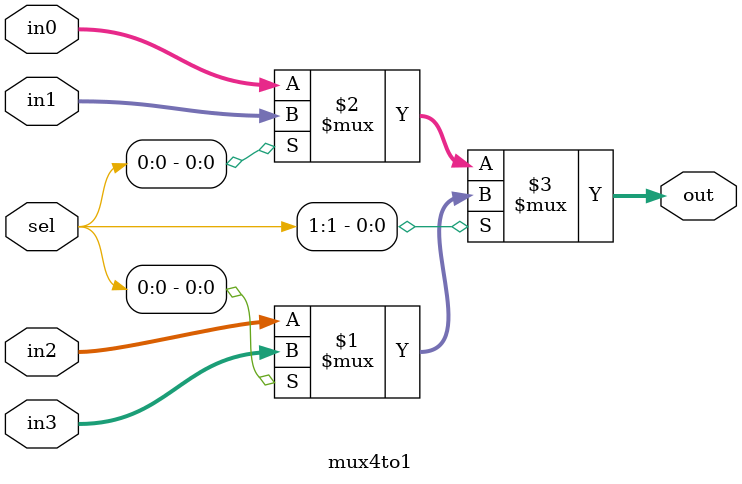
<source format=v>
module mux4to1
#( parameter num_bits = 512) 
(
    input [num_bits-1:0] in0, in1, in2, in3,
    input [1:0] sel,
    output [num_bits-1:0] out
);

    assign out = sel[1] ? (sel[0] ? in3 : in2) : (sel[0] ? in1 : in0);

	

endmodule
</source>
